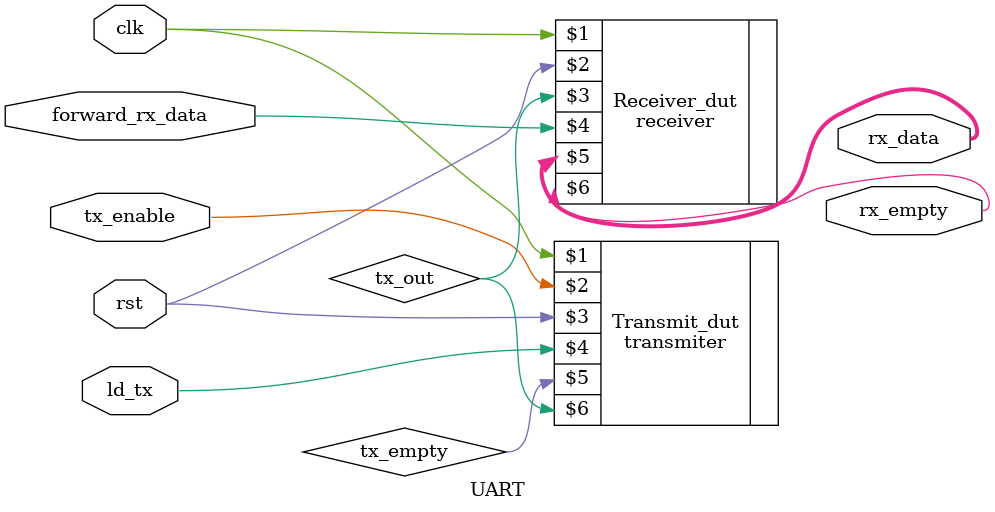
<source format=v>
`timescale 1ns / 1ps


module UART(input ld_tx, clk,rst,tx_enable,forward_rx_data,output[7:0] rx_data,output rx_empty);

wire tx_empty;

transmiter   Transmit_dut(clk, tx_enable, rst, ld_tx,tx_empty, tx_out);
receiver   Receiver_dut(clk,rst,tx_out,forward_rx_data,rx_data,rx_empty);


endmodule

</source>
